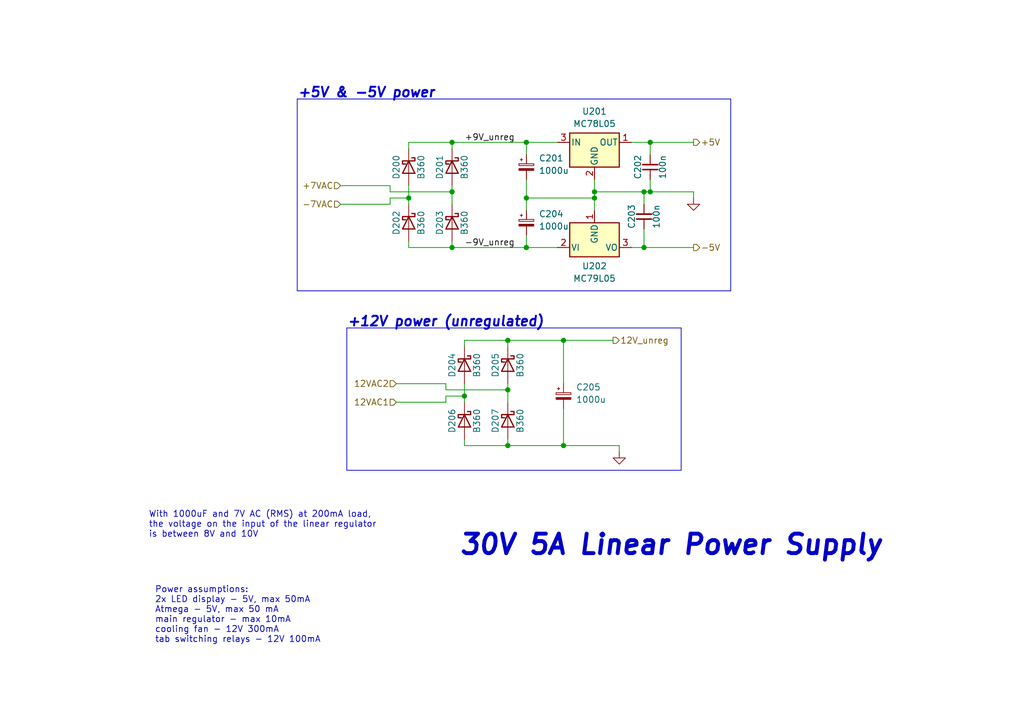
<source format=kicad_sch>
(kicad_sch (version 20231120) (generator "eeschema") (generator_version "8.0")
  (paper "A5")
  (title_block (rev "V1.0") (company "Dominik Workshop"))
  (lib_symbols
    (symbol "Device:C_Polarized_Small" (pin_numbers hide) (pin_names (offset 0.254) hide)
      (property "Reference" "C" (at 0.254 1.778 0))
      (property "Value" "C_Polarized_Small" (at 0.254 -2.032 0))
      (symbol "C_Polarized_Small_0_1"
        (rectangle (start -1.524 -0.3048) (end 1.524 -0.6858) (fill (type outline)))
        (rectangle (start -1.524 0.6858) (end 1.524 0.3048))
        (polyline (pts (xy -1.27 1.524) (xy -0.762 1.524)))
        (polyline (pts (xy -1.016 1.27) (xy -1.016 1.778)))
      )
      (symbol "C_Polarized_Small_1_1"
        (pin passive line (at 0 2.54 270) (length 1.8542) (name "~") (number "1"))
        (pin passive line (at 0 -2.54 90) (length 1.8542) (name "~") (number "2"))
      )
    )
    (symbol "Device:C_Small" (pin_numbers hide) (pin_names (offset 0.254) hide)
      (property "Reference" "C" (at 0.254 1.778 0))
      (property "Value" "C_Small" (at 0.254 -2.032 0))
      (symbol "C_Small_0_1"
        (polyline (pts (xy -1.524 -0.508) (xy 1.524 -0.508)) (stroke (width 0.3302)))
        (polyline (pts (xy -1.524 0.508) (xy 1.524 0.508)) (stroke (width 0.3048)))
      )
      (symbol "C_Small_1_1"
        (pin passive line (at 0 2.54 270) (length 2.032) (name "~") (number "1"))
        (pin passive line (at 0 -2.54 90) (length 2.032) (name "~") (number "2"))
      )
    )
    (symbol "Diode:B360" (pin_numbers hide) (pin_names (offset 1.016) hide)
      (property "Reference" "D" (at 0 2.54 0))
      (property "Value" "B360" (at 0 -2.54 0))
      (symbol "B360_0_1"
        (polyline (pts (xy 1.27 0) (xy -1.27 0)))
        (polyline (pts (xy 1.27 1.27) (xy 1.27 -1.27) (xy -1.27 0) (xy 1.27 1.27)) (stroke (width 0.254)))
        (polyline (pts (xy -1.905 0.635) (xy -1.905 1.27) (xy -1.27 1.27) (xy -1.27 -1.27) (xy -0.635 -1.27) (xy -0.635 -0.635)) (stroke (width 0.254)))
      )
      (symbol "B360_1_1"
        (pin passive line (at -3.81 0 0) (length 2.54) (name "K") (number "1"))
        (pin passive line (at 3.81 0 180) (length 2.54) (name "A") (number "2"))
      )
    )
    (symbol "Regulator_Linear:L78L05_SOT89" (pin_names (offset 0.254))
      (property "Reference" "U" (at -3.81 3.175 0))
      (property "Value" "L78L05_SOT89" (at -0.635 3.175 0))
      (symbol "L78L05_SOT89_0_1"
        (rectangle (start -5.08 1.905) (end 5.08 -5.08) (stroke (width 0.254)) (fill (type background)))
      )
      (symbol "L78L05_SOT89_1_1"
        (pin power_out line (at 7.62 0 180) (length 2.54) (name "OUT") (number "1"))
        (pin power_in line (at 0 -7.62 90) (length 2.54) (name "GND") (number "2"))
        (pin power_in line (at -7.62 0 0) (length 2.54) (name "IN") (number "3"))
      )
    )
    (symbol "Regulator_Linear:L79L05_SOT89" (pin_names (offset 0.254))
      (property "Reference" "U" (at -3.81 -3.175 0))
      (property "Value" "L79L05_SOT89" (at 0 -3.175 0))
      (symbol "L79L05_SOT89_0_1"
        (rectangle (start -5.08 5.08) (end 5.08 -1.905) (stroke (width 0.254)) (fill (type background)))
      )
      (symbol "L79L05_SOT89_1_1"
        (pin power_in line (at 0 7.62 270) (length 2.54) (name "GND") (number "1"))
        (pin power_in line (at -7.62 0 0) (length 2.54) (name "VI") (number "2"))
        (pin power_out line (at 7.62 0 180) (length 2.54) (name "VO") (number "3"))
      )
    )
    (symbol "power:GND" (power) (pin_names (offset 0))
      (property "Value" "GND" (at 0 -3.81 0))
      (symbol "GND_0_1"
        (polyline (pts (xy 0 0) (xy 0 -1.27) (xy 1.27 -1.27) (xy 0 -2.54) (xy -1.27 -1.27) (xy 0 -1.27)))
      )
      (symbol "GND_1_1"
        (pin power_in line (at 0 0 270) (length 0) hide (name "GND") (number "1"))
      )
    )
  )
  (junction (at 133.35 39.37))
  (junction (at 107.95 29.21))
  (junction (at 132.08 39.37))
  (junction (at 121.92 39.37))
  (junction (at 92.71 29.21))
  (junction (at 92.71 39.37))
  (junction (at 107.95 50.8))
  (junction (at 104.14 69.85))
  (junction (at 95.25 81.28))
  (junction (at 104.14 91.44))
  (junction (at 133.35 29.21))
  (junction (at 115.57 69.85))
  (junction (at 92.71 50.8))
  (junction (at 121.92 40.64))
  (junction (at 115.57 91.44))
  (junction (at 132.08 50.8))
  (junction (at 104.14 80.01))
  (junction (at 107.95 40.64))
  (junction (at 83.82 40.64))
  (wire (pts (xy 133.35 36.83) (xy 133.35 39.37)))
  (wire (pts (xy 133.35 29.21) (xy 142.24 29.21)))
  (wire (pts (xy 121.92 40.64) (xy 121.92 43.18)))
  (wire (pts (xy 95.25 78.74) (xy 95.25 81.28)))
  (wire (pts (xy 132.08 39.37) (xy 133.35 39.37)))
  (wire (pts (xy 83.82 38.1) (xy 83.82 40.64)))
  (wire (pts (xy 83.82 49.53) (xy 83.82 50.8)))
  (polyline (pts (xy 149.86 20.32) (xy 60.96 20.32)))
  (wire (pts (xy 80.01 40.64) (xy 83.82 40.64)))
  (wire (pts (xy 80.01 39.37) (xy 80.01 38.1)))
  (wire (pts (xy 95.25 69.85) (xy 104.14 69.85)))
  (wire (pts (xy 83.82 29.21) (xy 92.71 29.21)))
  (wire (pts (xy 80.01 39.37) (xy 92.71 39.37)))
  (wire (pts (xy 107.95 29.21) (xy 107.95 31.75)))
  (wire (pts (xy 115.57 91.44) (xy 127 91.44)))
  (wire (pts (xy 104.14 69.85) (xy 115.57 69.85)))
  (wire (pts (xy 81.28 78.74) (xy 91.44 78.74)))
  (wire (pts (xy 132.08 41.91) (xy 132.08 39.37)))
  (wire (pts (xy 129.54 50.8) (xy 132.08 50.8)))
  (wire (pts (xy 115.57 69.85) (xy 125.73 69.85)))
  (wire (pts (xy 104.14 78.74) (xy 104.14 80.01)))
  (wire (pts (xy 92.71 29.21) (xy 107.95 29.21)))
  (wire (pts (xy 69.85 38.1) (xy 80.01 38.1)))
  (wire (pts (xy 107.95 29.21) (xy 114.3 29.21)))
  (wire (pts (xy 81.28 82.55) (xy 91.44 82.55)))
  (polyline (pts (xy 71.12 67.31) (xy 139.7 67.31)))
  (wire (pts (xy 121.92 39.37) (xy 132.08 39.37)))
  (wire (pts (xy 91.44 80.01) (xy 104.14 80.01)))
  (polyline (pts (xy 71.12 67.31) (xy 71.12 96.52)))
  (polyline (pts (xy 60.96 59.69) (xy 149.86 59.69)))
  (wire (pts (xy 69.85 41.91) (xy 80.01 41.91)))
  (wire (pts (xy 91.44 81.28) (xy 91.44 82.55)))
  (polyline (pts (xy 149.86 59.69) (xy 149.86 20.32)))
  (wire (pts (xy 107.95 48.26) (xy 107.95 50.8)))
  (polyline (pts (xy 60.96 20.32) (xy 60.96 59.69)))
  (wire (pts (xy 80.01 40.64) (xy 80.01 41.91)))
  (wire (pts (xy 107.95 40.64) (xy 107.95 43.18)))
  (wire (pts (xy 114.3 50.8) (xy 107.95 50.8)))
  (wire (pts (xy 133.35 29.21) (xy 133.35 31.75)))
  (wire (pts (xy 104.14 91.44) (xy 115.57 91.44)))
  (wire (pts (xy 133.35 39.37) (xy 142.24 39.37)))
  (wire (pts (xy 92.71 49.53) (xy 92.71 50.8)))
  (wire (pts (xy 92.71 50.8) (xy 83.82 50.8)))
  (wire (pts (xy 132.08 46.99) (xy 132.08 50.8)))
  (wire (pts (xy 104.14 91.44) (xy 95.25 91.44)))
  (wire (pts (xy 92.71 38.1) (xy 92.71 39.37)))
  (wire (pts (xy 95.25 90.17) (xy 95.25 91.44)))
  (wire (pts (xy 107.95 36.83) (xy 107.95 40.64)))
  (wire (pts (xy 104.14 90.17) (xy 104.14 91.44)))
  (wire (pts (xy 121.92 39.37) (xy 121.92 40.64)))
  (polyline (pts (xy 139.7 96.52) (xy 71.12 96.52)))
  (polyline (pts (xy 139.7 67.31) (xy 139.7 96.52)))
  (wire (pts (xy 132.08 50.8) (xy 142.24 50.8)))
  (wire (pts (xy 129.54 29.21) (xy 133.35 29.21)))
  (wire (pts (xy 121.92 36.83) (xy 121.92 39.37)))
  (wire (pts (xy 83.82 30.48) (xy 83.82 29.21)))
  (wire (pts (xy 127 92.71) (xy 127 91.44)))
  (wire (pts (xy 107.95 50.8) (xy 92.71 50.8)))
  (wire (pts (xy 115.57 69.85) (xy 115.57 78.74)))
  (wire (pts (xy 95.25 71.12) (xy 95.25 69.85)))
  (wire (pts (xy 91.44 80.01) (xy 91.44 78.74)))
  (wire (pts (xy 92.71 29.21) (xy 92.71 30.48)))
  (wire (pts (xy 115.57 83.82) (xy 115.57 91.44)))
  (wire (pts (xy 142.24 40.64) (xy 142.24 39.37)))
  (wire (pts (xy 92.71 39.37) (xy 92.71 41.91)))
  (wire (pts (xy 104.14 80.01) (xy 104.14 82.55)))
  (wire (pts (xy 107.95 40.64) (xy 121.92 40.64)))
  (wire (pts (xy 95.25 81.28) (xy 95.25 82.55)))
  (wire (pts (xy 91.44 81.28) (xy 95.25 81.28)))
  (wire (pts (xy 83.82 40.64) (xy 83.82 41.91)))
  (wire (pts (xy 104.14 69.85) (xy 104.14 71.12)))
  (text "+5V & -5V power" (at 60.96 20.32 0) (effects (font (size 2 2) (thickness 0.4) (bold yes) (italic yes)) (justify left bottom)))
  (text "Power assumptions:\n2x LED display - 5V, max 50mA\nAtmega - 5V, max 50 mA\nmain regulator - max 10mA\ncooling fan - 12V 300mA\ntab switching relays - 12V 100mA" (at 31.75 132.08 0) (effects (font (size 1.27 1.27)) (justify left bottom)))
  (text "+12V power (unregulated)" (at 71.12 67.31 0) (effects (font (size 2 2) (thickness 0.4) (bold yes) (italic yes)) (justify left bottom)))
  (text "30V 5A Linear Power Supply" (at 93.98 114.3 0) (effects (font (size 4 4) (thickness 0.8) (bold yes) (italic yes)) (justify left bottom)))
  (text "With 1000uF and 7V AC (RMS) at 200mA load, \nthe voltage on the input of the linear regulator \nis between 8V and 10V " (at 30.48 110.49 0) (effects (font (size 1.27 1.27)) (justify left bottom)))
  (label "+9V_unreg" (at 95.25 29.21 0))
  (label "-9V_unreg" (at 95.25 50.8 0))
  (hierarchical_label "+5V" (shape output) (at 142.24 29.21 0))
  (hierarchical_label "12VAC2" (shape input) (at 81.28 78.74 180))
  (hierarchical_label "-5V" (shape output) (at 142.24 50.8 0))
  (hierarchical_label "-7VAC" (shape input) (at 69.85 41.91 180))
  (hierarchical_label "+7VAC" (shape input) (at 69.85 38.1 180))
  (hierarchical_label "12VAC1" (shape input) (at 81.28 82.55 180))
  (hierarchical_label "12V_unreg" (shape output) (at 125.73 69.85 0))
  (symbol (lib_id "Device:C_Small") (at 133.35 34.29 180) (unit 1)
    (property "Reference" "C202" (at 130.81 34.29 90))
    (property "Value" "100n" (at 135.89 34.29 90))
    (property "Footprint" "Capacitor_SMD:C_0603_1608Metric" (effects (hide yes)))
    (instances (project "PSU" (path "" (reference "C202") (unit 1))) (project "pcb_controller" (path "" (reference "C204") (unit 1))))
  )
  (symbol (lib_id "Diode:B360") (at 92.71 34.29 270) (unit 1)
    (property "Reference" "D201" (at 90.17 31.75 0) (effects (justify left)))
    (property "Value" "B360" (at 95.25 31.75 0) (effects (justify left)))
    (property "Footprint" "Diode_SMD:D_SMA" (effects (hide yes)))
    (property "Datasheet" "http://www.jameco.com/Jameco/Products/ProdDS/1538777.pdf" (effects (hide yes)))
  )
  (symbol (lib_id "Device:C_Polarized_Small") (at 115.57 81.28 0) (unit 1)
    (property "Reference" "C205" (at 118.11 79.4638 0) (effects (justify left)))
    (property "Value" "1000u" (at 118.11 82.0038 0) (effects (justify left)))
    (property "Footprint" "Capacitor_THT:CP_Radial_D8.0mm_P3.50mm" (effects (hide yes)))
    (instances (project "PSU" (path "" (reference "C205") (unit 1))) (project "pcb_controller" (path "" (reference "C202") (unit 1))))
  )
  (symbol (lib_id "Device:C_Polarized_Small") (at 107.95 45.72 0) (unit 1)
    (property "Reference" "C204" (at 110.49 43.9038 0) (effects (justify left)))
    (property "Value" "1000u" (at 110.49 46.4438 0) (effects (justify left)))
    (property "Footprint" "Capacitor_THT:CP_Radial_D8.0mm_P3.50mm" (effects (hide yes)))
    (instances (project "PSU" (path "" (reference "C204") (unit 1))) (project "pcb_controller" (path "" (reference "C201") (unit 1))))
  )
  (symbol (lib_id "power:GND") (at 142.24 40.64 0) (unit 1)
    (property "Reference" "#PWR0201" (effects (hide yes)))
    (property "Value" "GND" (effects (hide yes)))
  )
  (symbol (lib_id "Diode:B360") (at 104.14 74.93 270) (unit 1)
    (property "Reference" "D205" (at 101.6 72.39 0) (effects (justify left)))
    (property "Value" "B360" (at 106.68 72.39 0) (effects (justify left)))
    (property "Footprint" "Diode_SMD:D_SMA" (effects (hide yes)))
    (property "Datasheet" "http://www.jameco.com/Jameco/Products/ProdDS/1538777.pdf" (effects (hide yes)))
  )
  (symbol (lib_id "Diode:B360") (at 83.82 34.29 270) (unit 1)
    (property "Reference" "D200" (at 81.28 31.75 0) (effects (justify left)))
    (property "Value" "B360" (at 86.36 31.75 0) (effects (justify left)))
    (property "Footprint" "Diode_SMD:D_SMA" (effects (hide yes)))
    (property "Datasheet" "http://www.jameco.com/Jameco/Products/ProdDS/1538777.pdf" (effects (hide yes)))
  )
  (symbol (lib_id "Diode:B360") (at 95.25 86.36 270) (unit 1)
    (property "Reference" "D206" (at 92.71 83.82 0) (effects (justify left)))
    (property "Value" "B360" (at 97.79 83.82 0) (effects (justify left)))
    (property "Footprint" "Diode_SMD:D_SMA" (effects (hide yes)))
    (property "Datasheet" "http://www.jameco.com/Jameco/Products/ProdDS/1538777.pdf" (effects (hide yes)))
  )
  (symbol (lib_id "power:GND") (at 127 92.71 0) (unit 1)
    (property "Reference" "#PWR0202" (effects (hide yes)))
    (property "Value" "GND" (effects (hide yes)))
    (instances (project "PSU" (path "" (reference "#PWR0202") (unit 1))) (project "pcb_controller" (path "" (reference "#PWR0200") (unit 1))))
  )
  (symbol (lib_id "Device:C_Polarized_Small") (at 107.95 34.29 0) (unit 1)
    (property "Reference" "C201" (at 110.49 32.4738 0) (effects (justify left)))
    (property "Value" "1000u" (at 110.49 35.0138 0) (effects (justify left)))
    (property "Footprint" "Capacitor_THT:CP_Radial_D8.0mm_P3.50mm" (effects (hide yes)))
    (instances (project "PSU" (path "" (reference "C201") (unit 1))) (project "pcb_controller" (path "" (reference "C200") (unit 1))))
  )
  (symbol (lib_id "Diode:B360") (at 95.25 74.93 270) (unit 1)
    (property "Reference" "D204" (at 92.71 72.39 0) (effects (justify left)))
    (property "Value" "B360" (at 97.79 72.39 0) (effects (justify left)))
    (property "Footprint" "Diode_SMD:D_SMA" (effects (hide yes)))
    (property "Datasheet" "http://www.jameco.com/Jameco/Products/ProdDS/1538777.pdf" (effects (hide yes)))
  )
  (symbol (lib_id "Regulator_Linear:L79L05_SOT89") (at 121.92 50.8 0) (unit 1)
    (property "Reference" "U202" (at 121.92 54.61 0))
    (property "Value" "MC79L05" (at 121.92 57.15 0))
    (property "Footprint" "Package_TO_SOT_SMD:SOT-89-3" (effects (hide yes)))
    (property "Datasheet" "https://www.tme.eu/Document/5d1c22241542323f20fb4272bdd74efd/MC79L05F.pdf" (effects (hide yes)))
    (instances (project "PSU" (path "" (reference "U202") (unit 1))) (project "pcb_controller" (path "" (reference "U201") (unit 1))))
  )
  (symbol (lib_id "Device:C_Small") (at 132.08 44.45 180) (unit 1)
    (property "Reference" "C203" (at 129.54 44.45 90))
    (property "Value" "100n" (at 134.62 44.45 90))
    (property "Footprint" "Capacitor_SMD:C_0603_1608Metric" (effects (hide yes)))
  )
  (symbol (lib_id "Regulator_Linear:L78L05_SOT89") (at 121.92 29.21 0) (unit 1)
    (property "Reference" "U201" (at 121.92 22.86 0))
    (property "Value" "MC78L05" (at 121.92 25.4 0))
    (property "Footprint" "Package_TO_SOT_SMD:SOT-89-3" (effects (hide yes)))
    (instances (project "PSU" (path "" (reference "U201") (unit 1))) (project "pcb_controller" (path "" (reference "U200") (unit 1))))
  )
  (symbol (lib_id "Diode:B360") (at 104.14 86.36 270) (unit 1)
    (property "Reference" "D207" (at 101.6 83.82 0) (effects (justify left)))
    (property "Value" "B360" (at 106.68 83.82 0) (effects (justify left)))
    (property "Footprint" "Diode_SMD:D_SMA" (effects (hide yes)))
    (property "Datasheet" "http://www.jameco.com/Jameco/Products/ProdDS/1538777.pdf" (effects (hide yes)))
  )
  (symbol (lib_id "Diode:B360") (at 92.71 45.72 270) (unit 1)
    (property "Reference" "D203" (at 90.17 43.18 0) (effects (justify left)))
    (property "Value" "B360" (at 95.25 43.18 0) (effects (justify left)))
    (property "Footprint" "Diode_SMD:D_SMA" (effects (hide yes)))
    (property "Datasheet" "http://www.jameco.com/Jameco/Products/ProdDS/1538777.pdf" (effects (hide yes)))
  )
  (symbol (lib_id "Diode:B360") (at 83.82 45.72 270) (unit 1)
    (property "Reference" "D202" (at 81.28 43.18 0) (effects (justify left)))
    (property "Value" "B360" (at 86.36 43.18 0) (effects (justify left)))
    (property "Footprint" "Diode_SMD:D_SMA" (effects (hide yes)))
    (property "Datasheet" "http://www.jameco.com/Jameco/Products/ProdDS/1538777.pdf" (effects (hide yes)))
  )
)
</source>
